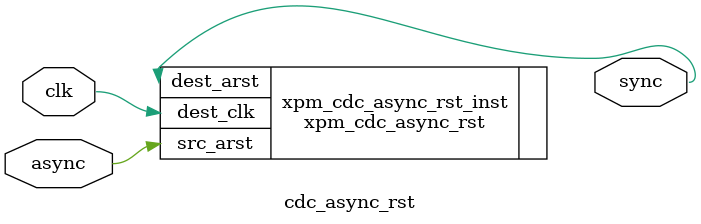
<source format=v>
module cdc_async_rst # (parameter ACTIVE_HIGH = 1)
(
    input async, clk,
    output sync
);

xpm_cdc_async_rst #
(
    .DEST_SYNC_FF(4), 
    .INIT_SYNC_FF(0), 
    .RST_ACTIVE_HIGH(ACTIVE_HIGH)
)
xpm_cdc_async_rst_inst
(
    .src_arst (async),
    .dest_clk (clk  ),  
    .dest_arst(sync ) 
);

endmodule
</source>
